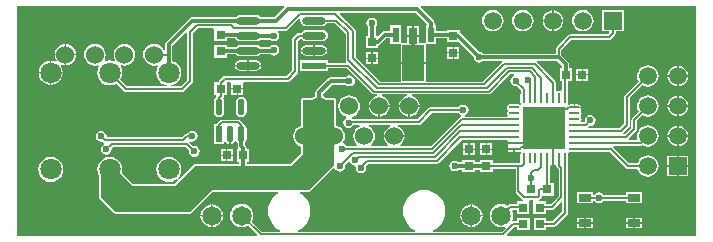
<source format=gtl>
G04*
G04 #@! TF.GenerationSoftware,Altium Limited,CircuitStudio,1.5.2 (30)*
G04*
G04 Layer_Physical_Order=1*
G04 Layer_Color=255*
%FSLAX25Y25*%
%MOIN*%
G70*
G01*
G75*
%ADD10R,0.03000X0.03000*%
%ADD11R,0.03000X0.03000*%
%ADD12R,0.02165X0.05118*%
%ADD13R,0.03150X0.05807*%
%ADD14R,0.07284X0.12303*%
%ADD15O,0.08000X0.02400*%
%ADD16R,0.08000X0.02400*%
G04:AMPARAMS|DCode=17|XSize=55.4mil|YSize=22.67mil|CornerRadius=11.34mil|HoleSize=0mil|Usage=FLASHONLY|Rotation=90.000|XOffset=0mil|YOffset=0mil|HoleType=Round|Shape=RoundedRectangle|*
%AMROUNDEDRECTD17*
21,1,0.05540,0.00000,0,0,90.0*
21,1,0.03273,0.02267,0,0,90.0*
1,1,0.02267,0.00000,0.01636*
1,1,0.02267,0.00000,-0.01636*
1,1,0.02267,0.00000,-0.01636*
1,1,0.02267,0.00000,0.01636*
%
%ADD17ROUNDEDRECTD17*%
%ADD18R,0.02267X0.05540*%
%ADD19R,0.04134X0.02559*%
%ADD20O,0.00984X0.03543*%
%ADD21O,0.03543X0.00984*%
%ADD22R,0.14173X0.14173*%
%ADD23C,0.01181*%
%ADD24C,0.00787*%
%ADD25C,0.00600*%
%ADD26C,0.07087*%
%ADD27C,0.06000*%
%ADD28C,0.05906*%
%ADD29R,0.05906X0.05906*%
%ADD30R,0.05906X0.05906*%
%ADD31C,0.06500*%
%ADD32C,0.02362*%
G36*
X422100Y369215D02*
X422237Y369243D01*
X422401Y369352D01*
X422897Y369134D01*
X422901Y369130D01*
Y368996D01*
X422971Y368645D01*
X423170Y368347D01*
X423689Y367829D01*
Y358845D01*
X420978Y356134D01*
X419411D01*
Y357120D01*
X417049D01*
X416985Y357617D01*
X417283Y357816D01*
X417775Y358308D01*
X417974Y358606D01*
X418044Y358957D01*
Y359022D01*
X421970D01*
Y363222D01*
X420895D01*
Y369021D01*
X421395Y369288D01*
X421463Y369243D01*
X421600Y369215D01*
Y371457D01*
X422100D01*
Y369215D01*
D02*
G37*
G36*
X406536Y377622D02*
X406754Y377126D01*
X406644Y376962D01*
X406617Y376825D01*
X408858D01*
Y376325D01*
X406617D01*
X406644Y376188D01*
X406863Y375859D01*
Y375322D01*
X406644Y374993D01*
X406617Y374856D01*
X408858D01*
Y374606D01*
X409108D01*
Y373595D01*
X410138D01*
X410525Y373672D01*
X410622Y373737D01*
X410990Y373555D01*
X411088Y373326D01*
X410979Y373162D01*
X410894Y372736D01*
Y370177D01*
X410676Y369911D01*
X401706D01*
Y370998D01*
X397506D01*
Y370111D01*
X395801D01*
Y370998D01*
X391601D01*
Y370111D01*
X390307D01*
X390261Y370182D01*
X389671Y370575D01*
X388976Y370714D01*
X388281Y370575D01*
X387692Y370182D01*
X387299Y369593D01*
X387160Y368898D01*
X387299Y368203D01*
X387692Y367614D01*
X388281Y367220D01*
X388976Y367082D01*
X389671Y367220D01*
X390261Y367614D01*
X390307Y367684D01*
X391601D01*
Y366798D01*
X395801D01*
Y367684D01*
X397506D01*
Y366798D01*
X401706D01*
Y367884D01*
X409319D01*
Y360433D01*
X409388Y360082D01*
X409587Y359784D01*
X411556Y357816D01*
X411854Y357617D01*
X411790Y357120D01*
X409711D01*
Y356134D01*
X407461D01*
X407109Y356064D01*
X406812Y355865D01*
X406618Y355672D01*
X406548Y355725D01*
X405611Y356113D01*
X404606Y356245D01*
X403601Y356113D01*
X402665Y355725D01*
X401860Y355108D01*
X401243Y354304D01*
X400855Y353367D01*
X400723Y352362D01*
X400855Y351357D01*
X401243Y350421D01*
X401860Y349616D01*
X402665Y348999D01*
X403601Y348611D01*
X404606Y348479D01*
X405611Y348611D01*
X405697Y348647D01*
X405980Y348223D01*
X404738Y346981D01*
X381841D01*
X381716Y347481D01*
X382710Y348012D01*
X383775Y348886D01*
X384650Y349952D01*
X385299Y351167D01*
X385700Y352486D01*
X385835Y353858D01*
X385700Y355230D01*
X385299Y356549D01*
X384650Y357765D01*
X383775Y358830D01*
X382710Y359705D01*
X381494Y360354D01*
X380175Y360755D01*
X378803Y360890D01*
X377431Y360755D01*
X376112Y360354D01*
X374897Y359705D01*
X373831Y358830D01*
X372957Y357765D01*
X372307Y356549D01*
X371907Y355230D01*
X371772Y353858D01*
X371907Y352486D01*
X372307Y351167D01*
X372957Y349952D01*
X373831Y348886D01*
X374897Y348012D01*
X375890Y347481D01*
X375765Y346981D01*
X336833D01*
X336708Y347481D01*
X337702Y348012D01*
X338767Y348886D01*
X339642Y349952D01*
X340292Y351167D01*
X340692Y352486D01*
X340827Y353858D01*
X340692Y355230D01*
X340292Y356549D01*
X339642Y357765D01*
X338767Y358830D01*
X337702Y359705D01*
X337385Y359874D01*
X337510Y360374D01*
X340551D01*
X341010Y360564D01*
X348536Y368090D01*
X349106Y367953D01*
X349398Y367516D01*
X349987Y367123D01*
X350682Y366984D01*
X351377Y367123D01*
X351966Y367516D01*
X352360Y368106D01*
X352498Y368800D01*
X352412Y369233D01*
X353559Y370379D01*
X354101Y370215D01*
X354129Y370073D01*
X354523Y369484D01*
X355112Y369090D01*
X355624Y368988D01*
Y368988D01*
Y368988D01*
X355937Y368622D01*
X355994Y368479D01*
X355960Y368307D01*
X356098Y367612D01*
X356491Y367023D01*
X357081Y366629D01*
X357776Y366491D01*
X358471Y366629D01*
X359060Y367023D01*
X359453Y367612D01*
X359592Y368307D01*
X359473Y368904D01*
X360223Y369653D01*
X382972D01*
X383324Y369723D01*
X383621Y369922D01*
X391325Y377626D01*
X406532D01*
X406536Y377622D01*
D02*
G37*
G36*
X379664Y416257D02*
X379456Y415758D01*
X379420D01*
Y410268D01*
X379339Y409801D01*
X379086Y409801D01*
X377272D01*
Y412004D01*
X373122D01*
Y410155D01*
X372768Y409801D01*
X371474D01*
X371308Y409801D01*
X371307D01*
X371241Y409801D01*
X371214D01*
X371181D01*
X371163D01*
X371152D01*
X371110D01*
X371093D01*
X371067D01*
X371062D01*
X371059Y409801D01*
X371055D01*
X371055Y409801D01*
X371055Y409802D01*
X371055Y409804D01*
X371055Y409804D01*
X371054Y409808D01*
X371054Y409811D01*
X371036Y409909D01*
X371036Y409914D01*
D01*
D01*
X370974Y410268D01*
Y410268D01*
Y415758D01*
X367609D01*
Y413812D01*
X365748D01*
X365748Y413812D01*
X365283Y413720D01*
X364890Y413457D01*
X364890Y413457D01*
X363947Y412514D01*
X363517Y412324D01*
Y412324D01*
X363517Y412324D01*
X362631D01*
Y415204D01*
X362701Y415251D01*
X363095Y415840D01*
X363233Y416535D01*
X363095Y417230D01*
X362701Y417819D01*
X362112Y418213D01*
X361417Y418351D01*
X360722Y418213D01*
X360133Y417819D01*
X359740Y417230D01*
X359601Y416535D01*
X359740Y415840D01*
X360133Y415251D01*
X360203Y415204D01*
Y412324D01*
X359317D01*
Y408124D01*
X363517D01*
Y409039D01*
X363839Y409103D01*
X364232Y409366D01*
X366251Y411385D01*
X367609D01*
Y409439D01*
X370555D01*
X370722Y409439D01*
X370722D01*
X370788Y409439D01*
X370815D01*
X370848D01*
X370866D01*
X370877D01*
X370919D01*
X370936D01*
X370962D01*
X370967D01*
X370970Y409439D01*
X370974D01*
X370974Y409439D01*
X370974Y409439D01*
X370974Y409437D01*
X370974Y409437D01*
X370975Y409432D01*
X370976Y409430D01*
X370993Y409332D01*
X370994Y409327D01*
D01*
D01*
X371055Y408973D01*
Y403400D01*
X379339D01*
Y408973D01*
X379420Y409439D01*
X379672Y409439D01*
X382785D01*
Y411385D01*
X386483D01*
Y410093D01*
X390553D01*
X395445Y405201D01*
X395428Y405118D01*
X395566Y404423D01*
X395960Y403834D01*
X396549Y403440D01*
X397244Y403302D01*
X397939Y403440D01*
X398528Y403834D01*
X398575Y403904D01*
X404692D01*
X404845Y403566D01*
X404862Y403404D01*
X398474Y397016D01*
X379339D01*
Y402900D01*
X371055D01*
Y397016D01*
X364125D01*
X356036Y405104D01*
Y413779D01*
X355978Y414072D01*
X355966Y414131D01*
X355767Y414428D01*
X350611Y419584D01*
X350803Y420046D01*
X375875D01*
X379664Y416257D01*
D02*
G37*
G36*
X348819Y369291D02*
X340551Y361024D01*
X308268Y361024D01*
X300787Y353543D01*
X275984Y353543D01*
X271260Y358268D01*
Y367717D01*
X275984D01*
X281496Y362205D01*
X295669D01*
X302362Y368898D01*
X334646D01*
X338583Y372835D01*
Y390945D01*
X348819D01*
Y369291D01*
D02*
G37*
G36*
X469488Y357677D02*
Y345472D01*
X406479D01*
X406287Y345934D01*
X408943Y348590D01*
X409809D01*
Y347506D01*
X414009D01*
Y351706D01*
X409809D01*
Y350426D01*
X408563D01*
X408508Y350415D01*
X408148Y350853D01*
X408357Y351357D01*
X408490Y352362D01*
X408357Y353367D01*
X408144Y353883D01*
X408421Y354299D01*
X409711D01*
Y352920D01*
X413911D01*
Y357047D01*
X413911Y357120D01*
X414087Y357547D01*
X415035D01*
X415211Y357120D01*
X415211Y357120D01*
X415211D01*
X415211Y357120D01*
Y352920D01*
X419411D01*
Y354299D01*
X421358D01*
X421709Y354369D01*
X422007Y354568D01*
X424427Y356987D01*
X424889Y356796D01*
Y353745D01*
X421667Y350524D01*
X419509D01*
Y351706D01*
X415309D01*
Y347506D01*
X419509D01*
Y348689D01*
X422047D01*
X422398Y348759D01*
X422696Y348957D01*
X426455Y352716D01*
X426654Y353014D01*
X426724Y353365D01*
Y369613D01*
X426816Y369751D01*
X426901Y370177D01*
Y372736D01*
X426816Y373162D01*
X426706Y373327D01*
X427067Y373688D01*
X427231Y373577D01*
X427658Y373493D01*
X430217D01*
X430643Y373577D01*
X430809Y373689D01*
X440762D01*
X446202Y368249D01*
X446499Y368050D01*
X446558Y368038D01*
X446850Y367980D01*
X449923D01*
X449925Y367970D01*
X450282Y367106D01*
X450852Y366364D01*
X451594Y365794D01*
X452458Y365436D01*
X453386Y365314D01*
X454313Y365436D01*
X455177Y365794D01*
X455920Y366364D01*
X456489Y367106D01*
X456847Y367970D01*
X456969Y368898D01*
X456847Y369825D01*
X456489Y370689D01*
X455920Y371431D01*
X455177Y372001D01*
X454313Y372359D01*
X453386Y372481D01*
X452458Y372359D01*
X451594Y372001D01*
X450852Y371431D01*
X450282Y370689D01*
X449925Y369825D01*
X449923Y369815D01*
X447230D01*
X441889Y375157D01*
X441995Y375542D01*
X442077Y375657D01*
X451063D01*
X451414Y375727D01*
X451557Y375823D01*
X451594Y375794D01*
X452458Y375436D01*
X453386Y375314D01*
X454313Y375436D01*
X455177Y375794D01*
X455920Y376364D01*
X456489Y377106D01*
X456847Y377970D01*
X456969Y378898D01*
X456847Y379825D01*
X456489Y380689D01*
X455920Y381432D01*
X455177Y382001D01*
X454313Y382359D01*
X453386Y382481D01*
X452458Y382359D01*
X451594Y382001D01*
X450852Y381432D01*
X450282Y380689D01*
X449925Y379825D01*
X449802Y378898D01*
X449922Y377992D01*
X449922Y377889D01*
X449615Y377492D01*
X447196D01*
X447113Y377608D01*
X447007Y377992D01*
X449468Y380453D01*
X449667Y380751D01*
X449736Y381102D01*
Y383951D01*
X451586Y385800D01*
X451594Y385794D01*
X452458Y385436D01*
X453386Y385314D01*
X454313Y385436D01*
X455177Y385794D01*
X455920Y386364D01*
X456489Y387106D01*
X456847Y387970D01*
X456969Y388898D01*
X456847Y389825D01*
X456489Y390689D01*
X455920Y391431D01*
X455177Y392001D01*
X454313Y392359D01*
X453386Y392481D01*
X452458Y392359D01*
X451594Y392001D01*
X450852Y391431D01*
X450282Y390689D01*
X449925Y389825D01*
X449802Y388898D01*
X449925Y387970D01*
X450282Y387106D01*
X450288Y387098D01*
X448170Y384980D01*
X447971Y384682D01*
X447901Y384331D01*
Y381483D01*
X445880Y379461D01*
X445227D01*
X445145Y379576D01*
X445038Y379961D01*
X447106Y382028D01*
X447304Y382326D01*
X447374Y382677D01*
Y391588D01*
X451586Y395800D01*
X451594Y395794D01*
X452458Y395436D01*
X453386Y395314D01*
X454313Y395436D01*
X455177Y395794D01*
X455920Y396364D01*
X456489Y397106D01*
X456847Y397970D01*
X456969Y398898D01*
X456847Y399825D01*
X456489Y400689D01*
X455920Y401432D01*
X455177Y402001D01*
X454313Y402359D01*
X453386Y402481D01*
X452458Y402359D01*
X451594Y402001D01*
X450852Y401432D01*
X450282Y400689D01*
X449925Y399825D01*
X449802Y398898D01*
X449925Y397970D01*
X450282Y397106D01*
X450288Y397098D01*
X445808Y392617D01*
X445609Y392320D01*
X445539Y391968D01*
Y383057D01*
X443911Y381429D01*
X433613D01*
X433531Y381545D01*
X433424Y381929D01*
X433803Y382309D01*
X434154Y382239D01*
X434848Y382377D01*
X435438Y382771D01*
X435831Y383360D01*
X435969Y384055D01*
X435831Y384750D01*
X435438Y385339D01*
X434848Y385733D01*
X434154Y385871D01*
X433459Y385733D01*
X432869Y385339D01*
X432476Y384750D01*
X432338Y384055D01*
X432375Y383866D01*
X431980Y383398D01*
X431429D01*
X431162Y383898D01*
X431245Y384023D01*
X431330Y384449D01*
X431245Y384875D01*
X431004Y385236D01*
Y385630D01*
X431245Y385991D01*
X431330Y386417D01*
X431245Y386843D01*
X431004Y387205D01*
X431017Y387797D01*
X431151Y387999D01*
X431178Y388136D01*
X428937D01*
Y388386D01*
X428687D01*
Y389397D01*
X427658D01*
X427270Y389320D01*
X427173Y389255D01*
X426805Y389437D01*
X426707Y389667D01*
X426816Y389830D01*
X426901Y390256D01*
Y392815D01*
X426816Y393241D01*
X426801Y393264D01*
Y397211D01*
X428183D01*
Y401411D01*
X427198D01*
Y402756D01*
X427198Y402756D01*
X427121Y403143D01*
X427106Y403220D01*
X426843Y403614D01*
X426843Y403614D01*
X424540Y405917D01*
Y407494D01*
X427939Y410893D01*
X440453D01*
X440804Y410963D01*
X441102Y411162D01*
X442381Y412442D01*
X442580Y412739D01*
X442592Y412798D01*
X442650Y413091D01*
Y413770D01*
X445285D01*
Y420876D01*
X438179D01*
Y413770D01*
X440407D01*
X440614Y413270D01*
X440073Y412729D01*
X427559D01*
X427266Y412670D01*
X427208Y412659D01*
X426910Y412460D01*
X422973Y408523D01*
X422774Y408225D01*
X422704Y407874D01*
Y406332D01*
X398575D01*
X398528Y406402D01*
X397939Y406796D01*
X397244Y406934D01*
X397161Y406918D01*
X391028Y413051D01*
X390683Y413282D01*
Y414293D01*
X386483D01*
Y413812D01*
X382785D01*
Y415758D01*
X382316D01*
Y416535D01*
X382224Y417000D01*
X381961Y417394D01*
X381961Y417394D01*
X377610Y421744D01*
X377818Y422244D01*
X469488D01*
Y357677D01*
D02*
G37*
G36*
X424770Y402253D02*
Y401411D01*
X423983D01*
Y397211D01*
X424774D01*
Y394092D01*
X424274Y393824D01*
X424245Y393844D01*
X423819Y393929D01*
X423393Y393844D01*
X423268Y393760D01*
X422768Y394028D01*
Y396654D01*
X422698Y397005D01*
X422499Y397302D01*
X416397Y403404D01*
X416415Y403566D01*
X416568Y403904D01*
X423119D01*
X424770Y402253D01*
D02*
G37*
G36*
X390547Y386216D02*
X391114Y385836D01*
X391128Y385742D01*
X391090Y385322D01*
X390964Y385297D01*
X390666Y385098D01*
X381111Y375543D01*
X371053D01*
X370883Y376043D01*
X371299Y376362D01*
X371860Y377093D01*
X372213Y377945D01*
X372300Y378608D01*
X365306D01*
X365393Y377945D01*
X365746Y377093D01*
X366307Y376362D01*
X366723Y376043D01*
X366553Y375543D01*
X361217D01*
X361048Y376043D01*
X361371Y376291D01*
X361948Y377043D01*
X362311Y377919D01*
X362434Y378858D01*
X362311Y379798D01*
X361948Y380674D01*
X361371Y381426D01*
X360619Y382003D01*
X360275Y382145D01*
X360374Y382645D01*
X367494D01*
X367593Y382145D01*
X367038Y381915D01*
X366307Y381354D01*
X365746Y380623D01*
X365393Y379772D01*
X365306Y379108D01*
X372300D01*
X372213Y379772D01*
X371860Y380623D01*
X371299Y381354D01*
X370568Y381915D01*
X370013Y382145D01*
X370113Y382645D01*
X376969D01*
X377320Y382715D01*
X377617Y382914D01*
X381286Y386582D01*
X390302D01*
X390547Y386216D01*
D02*
G37*
G36*
X299870Y413194D02*
Y397624D01*
X297651Y395406D01*
X294378D01*
X294345Y395906D01*
X294782Y395963D01*
X295790Y396381D01*
X296656Y397045D01*
X297320Y397910D01*
X297737Y398918D01*
X297880Y400000D01*
X297737Y401082D01*
X297320Y402090D01*
X296656Y402955D01*
X295790Y403619D01*
X294915Y403982D01*
Y408946D01*
X299381Y413412D01*
X299870Y413194D01*
D02*
G37*
G36*
X332232Y421744D02*
X329064Y418576D01*
X324280D01*
X324224Y418660D01*
X323628Y419058D01*
X322926Y419198D01*
X317326D01*
X316624Y419058D01*
X316028Y418660D01*
X315972Y418576D01*
X301614D01*
X301614Y418576D01*
X301150Y418484D01*
X300756Y418221D01*
X300756Y418221D01*
X292842Y410307D01*
X292579Y409913D01*
X292487Y409449D01*
X292487Y409449D01*
Y407767D01*
X291987Y407668D01*
X291924Y407820D01*
X291347Y408571D01*
X290595Y409149D01*
X289719Y409511D01*
X288779Y409635D01*
X287840Y409511D01*
X286964Y409149D01*
X286212Y408571D01*
X285635Y407820D01*
X285272Y406944D01*
X285149Y406004D01*
X285272Y405064D01*
X285635Y404188D01*
X286212Y403436D01*
X286964Y402859D01*
X287840Y402497D01*
X288779Y402373D01*
X289719Y402497D01*
X289784Y402524D01*
X290100Y402113D01*
X290082Y402090D01*
X289664Y401082D01*
X289522Y400000D01*
X289664Y398918D01*
X290082Y397910D01*
X290746Y397045D01*
X291611Y396381D01*
X292619Y395963D01*
X293056Y395906D01*
X293023Y395406D01*
X279908D01*
X277534Y397779D01*
X277635Y397910D01*
X278052Y398918D01*
X278195Y400000D01*
X278052Y401082D01*
X277635Y402090D01*
X277617Y402113D01*
X277932Y402524D01*
X277997Y402497D01*
X278937Y402373D01*
X279877Y402497D01*
X280752Y402859D01*
X281505Y403436D01*
X282082Y404188D01*
X282444Y405064D01*
X282568Y406004D01*
X282444Y406944D01*
X282082Y407820D01*
X281505Y408571D01*
X280752Y409149D01*
X279877Y409511D01*
X278937Y409635D01*
X277997Y409511D01*
X277121Y409149D01*
X276370Y408571D01*
X275792Y407820D01*
X275430Y406944D01*
X275306Y406004D01*
X275430Y405064D01*
X275742Y404311D01*
X275497Y403990D01*
X275387Y403917D01*
X275097Y404037D01*
X274016Y404179D01*
X272934Y404037D01*
X272644Y403917D01*
X272535Y403990D01*
X272290Y404311D01*
X272602Y405064D01*
X272726Y406004D01*
X272602Y406944D01*
X272239Y407820D01*
X271662Y408571D01*
X270910Y409149D01*
X270034Y409511D01*
X269094Y409635D01*
X268155Y409511D01*
X267279Y409149D01*
X266527Y408571D01*
X265950Y407820D01*
X265587Y406944D01*
X265463Y406004D01*
X265587Y405064D01*
X265950Y404188D01*
X266527Y403436D01*
X267279Y402859D01*
X268155Y402497D01*
X269094Y402373D01*
X270034Y402497D01*
X270099Y402524D01*
X270414Y402113D01*
X270397Y402090D01*
X269979Y401082D01*
X269837Y400000D01*
X269979Y398918D01*
X270397Y397910D01*
X271061Y397045D01*
X271926Y396381D01*
X272934Y395963D01*
X274016Y395821D01*
X275097Y395963D01*
X276105Y396381D01*
X276237Y396481D01*
X278879Y393839D01*
X279176Y393640D01*
X279527Y393571D01*
X298031D01*
X298383Y393640D01*
X298680Y393839D01*
X301436Y396595D01*
X301635Y396893D01*
X301705Y397244D01*
Y413006D01*
X303530Y414830D01*
X308478D01*
X308924Y414698D01*
Y410498D01*
X313124D01*
Y411385D01*
X315814D01*
X316028Y411064D01*
X316624Y410667D01*
X317326Y410527D01*
X322926D01*
X323628Y410667D01*
X324113Y410991D01*
X327409D01*
X327456Y410921D01*
X328045Y410527D01*
X328740Y410389D01*
X329435Y410527D01*
X330024Y410921D01*
X330418Y411510D01*
X330556Y412205D01*
X330418Y412900D01*
X330024Y413489D01*
X329943Y413543D01*
X330095Y414043D01*
X332677D01*
X333028Y414113D01*
X333326Y414312D01*
X337131Y418117D01*
X337592Y417870D01*
X337491Y417362D01*
X337630Y416660D01*
X338028Y416065D01*
X338624Y415667D01*
X339326Y415527D01*
X344926D01*
X345628Y415667D01*
X346224Y416065D01*
X346478Y416445D01*
X349187D01*
X352626Y413006D01*
Y404331D01*
X352695Y403980D01*
X352829Y403780D01*
X352665Y403280D01*
X346726D01*
Y404162D01*
X337526D01*
Y400562D01*
X346726D01*
Y401445D01*
X353163D01*
X361559Y393049D01*
X361856Y392850D01*
X362208Y392780D01*
X362949D01*
X362982Y392280D01*
X362889Y392268D01*
X362038Y391915D01*
X361307Y391354D01*
X360746Y390623D01*
X360393Y389772D01*
X360306Y389108D01*
X367300D01*
X367213Y389772D01*
X366860Y390623D01*
X366299Y391354D01*
X365568Y391915D01*
X364717Y392268D01*
X364624Y392280D01*
X364657Y392780D01*
X372950D01*
X372982Y392280D01*
X372889Y392268D01*
X372038Y391915D01*
X371307Y391354D01*
X370746Y390623D01*
X370393Y389772D01*
X370306Y389108D01*
X377300D01*
X377213Y389772D01*
X376860Y390623D01*
X376299Y391354D01*
X375568Y391915D01*
X374717Y392268D01*
X374624Y392280D01*
X374657Y392780D01*
X400391D01*
X400742Y392850D01*
X401040Y393049D01*
X407467Y399476D01*
X408879D01*
X408928Y398976D01*
X408655Y398922D01*
X408066Y398528D01*
X407673Y397939D01*
X407534Y397244D01*
X407673Y396549D01*
X408066Y395960D01*
X408655Y395566D01*
X409350Y395428D01*
X409619Y395481D01*
X411090Y394010D01*
Y393407D01*
X410979Y393241D01*
X410894Y392815D01*
Y390256D01*
X410979Y389830D01*
X411089Y389665D01*
X410729Y389304D01*
X410564Y389415D01*
X410138Y389499D01*
X407579D01*
X407153Y389415D01*
X406791Y389173D01*
X406550Y388812D01*
X406465Y388386D01*
X406550Y387960D01*
X406791Y387598D01*
Y387205D01*
X406550Y386843D01*
X406465Y386417D01*
X406550Y385991D01*
X406633Y385866D01*
X406366Y385366D01*
X392675D01*
X392597Y385604D01*
X392592Y385866D01*
X393115Y386216D01*
X393509Y386805D01*
X393647Y387500D01*
X393509Y388195D01*
X393115Y388784D01*
X392526Y389178D01*
X391831Y389316D01*
X391136Y389178D01*
X390547Y388784D01*
X390302Y388418D01*
X380906D01*
X380613Y388359D01*
X380554Y388348D01*
X380257Y388149D01*
X376588Y384481D01*
X355039D01*
X354926Y384650D01*
X354650Y384834D01*
X354730Y385277D01*
X354764Y385360D01*
X355619Y385714D01*
X356371Y386291D01*
X356948Y387043D01*
X357311Y387918D01*
X357434Y388858D01*
X357311Y389798D01*
X356948Y390674D01*
X356371Y391426D01*
X355619Y392003D01*
X354743Y392366D01*
X353803Y392489D01*
X352863Y392366D01*
X351988Y392003D01*
X351236Y391426D01*
X350658Y390674D01*
X350296Y389798D01*
X350172Y388858D01*
X350296Y387918D01*
X350658Y387043D01*
X351236Y386291D01*
X351988Y385714D01*
X352643Y385442D01*
X352715Y384889D01*
X352358Y384650D01*
X351964Y384061D01*
X351826Y383366D01*
X351964Y382671D01*
X352358Y382082D01*
X352947Y381688D01*
X353642Y381550D01*
X354337Y381688D01*
X354926Y382082D01*
X355302Y382645D01*
X357232D01*
X357332Y382145D01*
X356988Y382003D01*
X356236Y381426D01*
X355659Y380674D01*
X355296Y379798D01*
X355172Y378858D01*
X355296Y377919D01*
X355659Y377043D01*
X356236Y376291D01*
X356559Y376043D01*
X356389Y375543D01*
X353025D01*
X352859Y375792D01*
X352270Y376186D01*
X351967Y376246D01*
X351759Y376797D01*
X351948Y377043D01*
X352310Y377919D01*
X352434Y378858D01*
X352310Y379798D01*
X351948Y380674D01*
X351371Y381426D01*
X350619Y382003D01*
X349743Y382366D01*
X349468Y382402D01*
Y390945D01*
X349278Y391404D01*
X348819Y391594D01*
X346151D01*
X345619Y392003D01*
X345017Y392252D01*
Y392907D01*
X348141Y396030D01*
X352606D01*
X352653Y395960D01*
X353242Y395566D01*
X353937Y395428D01*
X354632Y395566D01*
X355221Y395960D01*
X355615Y396549D01*
X355753Y397244D01*
X355615Y397939D01*
X355221Y398528D01*
X354632Y398922D01*
X353937Y399060D01*
X353242Y398922D01*
X352653Y398528D01*
X352606Y398458D01*
X347638D01*
X347638Y398458D01*
X347173Y398366D01*
X346779Y398102D01*
X346779Y398102D01*
X342945Y394268D01*
X342682Y393874D01*
X342589Y393409D01*
X342589Y393409D01*
Y392252D01*
X341988Y392003D01*
X341455Y391594D01*
X338583D01*
X338123Y391404D01*
X337933Y390945D01*
Y382375D01*
X337863Y382366D01*
X336988Y382003D01*
X336236Y381426D01*
X335659Y380674D01*
X335296Y379798D01*
X335172Y378858D01*
X335296Y377919D01*
X335659Y377043D01*
X336236Y376291D01*
X336988Y375714D01*
X337863Y375351D01*
X337933Y375342D01*
Y373104D01*
X334377Y369547D01*
X319706D01*
Y370341D01*
X320592D01*
Y374541D01*
X319706D01*
Y374815D01*
X319614Y375279D01*
X319351Y375673D01*
X319350Y375673D01*
X319127Y375897D01*
Y376617D01*
X319163Y376641D01*
X319546Y377215D01*
X319681Y377891D01*
Y381164D01*
X319546Y381840D01*
X319163Y382414D01*
X318795Y382660D01*
X318761Y382832D01*
X318562Y383129D01*
X317578Y384113D01*
X317280Y384312D01*
X316929Y384382D01*
X311417D01*
X311066Y384312D01*
X310768Y384113D01*
X309784Y383129D01*
X309629Y382897D01*
X308699D01*
Y376158D01*
X312167D01*
Y376867D01*
X312251Y376928D01*
X312931Y376811D01*
X312996Y376713D01*
X313536Y376352D01*
X313923Y376275D01*
Y379528D01*
X314423D01*
Y376275D01*
X314811Y376352D01*
X315351Y376713D01*
X315712Y377254D01*
X315737Y377382D01*
X316247D01*
X316280Y377215D01*
X316664Y376641D01*
X316700Y376617D01*
Y375394D01*
X316700Y375394D01*
X316770Y375041D01*
X316496Y374541D01*
X316392D01*
Y370341D01*
X317278D01*
Y369547D01*
X302362D01*
X302038Y369413D01*
X301903Y369357D01*
X297215Y364669D01*
X296838Y364999D01*
X297320Y365627D01*
X297737Y366635D01*
X297880Y367717D01*
X297737Y368798D01*
X297320Y369806D01*
X296656Y370672D01*
X295790Y371336D01*
X294782Y371753D01*
X293701Y371896D01*
X292619Y371753D01*
X291611Y371336D01*
X290746Y370672D01*
X290082Y369806D01*
X289664Y368798D01*
X289522Y367717D01*
X289664Y366635D01*
X290082Y365627D01*
X290746Y364761D01*
X291611Y364097D01*
X292619Y363680D01*
X293701Y363538D01*
X294782Y363680D01*
X295790Y364097D01*
X296418Y364579D01*
X296748Y364202D01*
X295400Y362854D01*
X281765D01*
X278032Y366587D01*
X278052Y366635D01*
X278195Y367717D01*
X278052Y368798D01*
X277635Y369806D01*
X276971Y370672D01*
X276105Y371336D01*
X275097Y371753D01*
X274016Y371896D01*
X272934Y371753D01*
X271926Y371336D01*
X271061Y370672D01*
X270397Y369806D01*
X269979Y368798D01*
X269837Y367717D01*
X269979Y366635D01*
X270397Y365627D01*
X270610Y365348D01*
Y358268D01*
X270745Y357943D01*
X270801Y357808D01*
X275525Y353084D01*
X275984Y352894D01*
X300787Y352894D01*
X301247Y353084D01*
X308537Y360374D01*
X330081Y360374D01*
X330206Y359874D01*
X329889Y359705D01*
X328823Y358830D01*
X327949Y357765D01*
X327299Y356549D01*
X326899Y355230D01*
X326764Y353858D01*
X326899Y352486D01*
X327299Y351167D01*
X327949Y349952D01*
X328823Y348886D01*
X329889Y348012D01*
X330883Y347481D01*
X330757Y346981D01*
X324671D01*
X321301Y350351D01*
X321355Y350421D01*
X321743Y351357D01*
X321875Y352362D01*
X321743Y353367D01*
X321355Y354304D01*
X320738Y355108D01*
X319934Y355725D01*
X318997Y356113D01*
X317992Y356245D01*
X316987Y356113D01*
X316051Y355725D01*
X315246Y355108D01*
X314629Y354304D01*
X314241Y353367D01*
X314109Y352362D01*
X314241Y351357D01*
X314629Y350421D01*
X315246Y349616D01*
X316051Y348999D01*
X316987Y348611D01*
X317992Y348479D01*
X318997Y348611D01*
X319934Y348999D01*
X320004Y349053D01*
X323122Y345934D01*
X322931Y345472D01*
X243110D01*
Y422244D01*
X332025D01*
X332232Y421744D01*
D02*
G37*
%LPC*%
G36*
X399356Y376398D02*
X397606D01*
Y374648D01*
X399356D01*
Y376398D01*
D02*
G37*
G36*
X395701D02*
X393951D01*
Y374648D01*
X395701D01*
Y376398D01*
D02*
G37*
G36*
X466835Y378648D02*
X463636D01*
Y375448D01*
X464287Y375534D01*
X465127Y375882D01*
X465848Y376435D01*
X466402Y377156D01*
X466750Y377996D01*
X466835Y378648D01*
D02*
G37*
G36*
X463136D02*
X459936D01*
X460022Y377996D01*
X460370Y377156D01*
X460923Y376435D01*
X461645Y375882D01*
X462485Y375534D01*
X463136Y375448D01*
Y378648D01*
D02*
G37*
G36*
X401606Y376398D02*
X399856D01*
Y374648D01*
X401606D01*
Y376398D01*
D02*
G37*
G36*
X312742Y374441D02*
X310992D01*
Y372691D01*
X312742D01*
Y374441D01*
D02*
G37*
G36*
X401606Y374148D02*
X399856D01*
Y372398D01*
X401606D01*
Y374148D01*
D02*
G37*
G36*
X399356D02*
X397606D01*
Y372398D01*
X399356D01*
Y374148D01*
D02*
G37*
G36*
X393451Y376398D02*
X391701D01*
Y374648D01*
X393451D01*
Y376398D01*
D02*
G37*
G36*
X408608Y374356D02*
X406617D01*
X406644Y374219D01*
X406863Y373891D01*
X407192Y373672D01*
X407579Y373595D01*
X408608D01*
Y374356D01*
D02*
G37*
G36*
X314992Y374441D02*
X313242D01*
Y372691D01*
X314992D01*
Y374441D01*
D02*
G37*
G36*
X363553Y388608D02*
X360306D01*
X360393Y387945D01*
X360746Y387093D01*
X361307Y386362D01*
X362038Y385801D01*
X362889Y385448D01*
X363553Y385361D01*
Y388608D01*
D02*
G37*
G36*
X317913Y391991D02*
X317237Y391856D01*
X316664Y391473D01*
X316280Y390900D01*
X316146Y390223D01*
Y386951D01*
X316280Y386274D01*
X316664Y385701D01*
X317237Y385318D01*
X317913Y385183D01*
X318590Y385318D01*
X319163Y385701D01*
X319546Y386274D01*
X319681Y386951D01*
Y390223D01*
X319546Y390900D01*
X319163Y391473D01*
X318590Y391856D01*
X317913Y391991D01*
D02*
G37*
G36*
X367300Y388608D02*
X364053D01*
Y385361D01*
X364717Y385448D01*
X365568Y385801D01*
X366299Y386362D01*
X366860Y387093D01*
X367213Y387945D01*
X367300Y388608D01*
D02*
G37*
G36*
X377300D02*
X374053D01*
Y385361D01*
X374717Y385448D01*
X375568Y385801D01*
X376299Y386362D01*
X376860Y387093D01*
X377213Y387945D01*
X377300Y388608D01*
D02*
G37*
G36*
X373553D02*
X370306D01*
X370393Y387945D01*
X370746Y387093D01*
X371307Y386362D01*
X372038Y385801D01*
X372889Y385448D01*
X373553Y385361D01*
Y388608D01*
D02*
G37*
G36*
X463636Y382347D02*
Y379148D01*
X466835D01*
X466750Y379799D01*
X466402Y380639D01*
X465848Y381360D01*
X465127Y381914D01*
X464287Y382261D01*
X463636Y382347D01*
D02*
G37*
G36*
X448569Y349589D02*
X446252D01*
Y348059D01*
X448569D01*
Y349589D01*
D02*
G37*
G36*
X301575Y380655D02*
X300880Y380516D01*
X300291Y380123D01*
X300046Y379756D01*
X299902D01*
X299550Y379686D01*
X299253Y379487D01*
X298162Y378397D01*
X273259D01*
X272977Y378740D01*
X272839Y379435D01*
X272446Y380024D01*
X271856Y380418D01*
X271161Y380556D01*
X270466Y380418D01*
X269877Y380024D01*
X269484Y379435D01*
X269345Y378740D01*
X269484Y378045D01*
X269877Y377456D01*
X270466Y377062D01*
X271161Y376924D01*
X271594Y377010D01*
X271773Y376831D01*
X272071Y376632D01*
X272074Y376631D01*
X272096Y376571D01*
X272126Y376111D01*
X271649Y375792D01*
X271255Y375203D01*
X271117Y374508D01*
X271255Y373813D01*
X271649Y373224D01*
X272238Y372830D01*
X272933Y372692D01*
X273628Y372830D01*
X274217Y373224D01*
X274611Y373813D01*
X274749Y374508D01*
X274663Y374940D01*
X275085Y375362D01*
X299325D01*
X300534Y374153D01*
X300448Y373721D01*
X300586Y373025D01*
X300980Y372436D01*
X301569Y372043D01*
X302264Y371904D01*
X302959Y372043D01*
X303548Y372436D01*
X303941Y373025D01*
X304080Y373721D01*
X303941Y374415D01*
X303548Y375005D01*
X302959Y375398D01*
X302264Y375536D01*
X301832Y375450D01*
X300406Y376876D01*
X300724Y377265D01*
X300880Y377161D01*
X301575Y377023D01*
X302270Y377161D01*
X302859Y377554D01*
X303253Y378144D01*
X303391Y378839D01*
X303253Y379534D01*
X302859Y380123D01*
X302270Y380516D01*
X301575Y380655D01*
D02*
G37*
G36*
X435047Y349589D02*
X432730D01*
Y348059D01*
X435047D01*
Y349589D01*
D02*
G37*
G36*
X463136Y382347D02*
X462485Y382261D01*
X461645Y381914D01*
X460923Y381360D01*
X460370Y380639D01*
X460022Y379799D01*
X459936Y379148D01*
X463136D01*
Y382347D01*
D02*
G37*
G36*
X432230Y349589D02*
X429913D01*
Y348059D01*
X432230D01*
Y349589D01*
D02*
G37*
G36*
X394356Y356112D02*
X393627Y356016D01*
X392715Y355638D01*
X391932Y355037D01*
X391331Y354253D01*
X390953Y353341D01*
X390857Y352612D01*
X394356D01*
Y356112D01*
D02*
G37*
G36*
X307742Y356112D02*
X307013Y356016D01*
X306101Y355638D01*
X305318Y355037D01*
X304716Y354253D01*
X304339Y353341D01*
X304243Y352612D01*
X307742D01*
Y356112D01*
D02*
G37*
G36*
X394856D02*
Y352612D01*
X398356D01*
X398260Y353341D01*
X397882Y354253D01*
X397281Y355037D01*
X396498Y355638D01*
X395585Y356016D01*
X394856Y356112D01*
D02*
G37*
G36*
X451486Y360183D02*
X446152D01*
Y359316D01*
X438712D01*
X438489Y359650D01*
X437900Y360044D01*
X437205Y360182D01*
X436510Y360044D01*
X435921Y359650D01*
X435740Y359379D01*
X435147D01*
Y360183D01*
X429813D01*
Y356424D01*
X435147D01*
Y357353D01*
X435740D01*
X435921Y357082D01*
X436510Y356688D01*
X437205Y356550D01*
X437900Y356688D01*
X438489Y357082D01*
X438628Y357290D01*
X446152D01*
Y356424D01*
X451486D01*
Y360183D01*
D02*
G37*
G36*
X308242Y356112D02*
Y352612D01*
X311742D01*
X311646Y353341D01*
X311268Y354253D01*
X310667Y355037D01*
X309883Y355638D01*
X308971Y356016D01*
X308242Y356112D01*
D02*
G37*
G36*
X451386Y351618D02*
X449069D01*
Y350089D01*
X451386D01*
Y351618D01*
D02*
G37*
G36*
X432230D02*
X429913D01*
Y350089D01*
X432230D01*
Y351618D01*
D02*
G37*
G36*
X394356Y352112D02*
X390857D01*
X390953Y351383D01*
X391331Y350471D01*
X391932Y349688D01*
X392715Y349087D01*
X393627Y348709D01*
X394356Y348613D01*
Y352112D01*
D02*
G37*
G36*
X435047Y351618D02*
X432730D01*
Y350089D01*
X435047D01*
Y351618D01*
D02*
G37*
G36*
X448569D02*
X446252D01*
Y350089D01*
X448569D01*
Y351618D01*
D02*
G37*
G36*
X311742Y352112D02*
X308242D01*
Y348613D01*
X308971Y348709D01*
X309883Y349087D01*
X310667Y349688D01*
X311268Y350471D01*
X311646Y351383D01*
X311742Y352112D01*
D02*
G37*
G36*
X307742D02*
X304243D01*
X304339Y351383D01*
X304716Y350471D01*
X305318Y349688D01*
X306101Y349087D01*
X307013Y348709D01*
X307742Y348613D01*
Y352112D01*
D02*
G37*
G36*
X312742Y372191D02*
X310992D01*
Y370441D01*
X312742D01*
Y372191D01*
D02*
G37*
G36*
X451386Y349589D02*
X449069D01*
Y348059D01*
X451386D01*
Y349589D01*
D02*
G37*
G36*
X314992Y372191D02*
X313242D01*
Y370441D01*
X314992D01*
Y372191D01*
D02*
G37*
G36*
X395701Y374148D02*
X393951D01*
Y372398D01*
X395701D01*
Y374148D01*
D02*
G37*
G36*
X393451D02*
X391701D01*
Y372398D01*
X393451D01*
Y374148D01*
D02*
G37*
G36*
X398356Y352112D02*
X394856D01*
Y348613D01*
X395585Y348709D01*
X396498Y349087D01*
X397281Y349688D01*
X397882Y350471D01*
X398260Y351383D01*
X398356Y352112D01*
D02*
G37*
G36*
X463136Y368648D02*
X459933D01*
Y365445D01*
X463136D01*
Y368648D01*
D02*
G37*
G36*
X254331Y371896D02*
X253249Y371753D01*
X252241Y371336D01*
X251376Y370672D01*
X250711Y369806D01*
X250294Y368798D01*
X250152Y367717D01*
X250294Y366635D01*
X250711Y365627D01*
X251376Y364761D01*
X252241Y364097D01*
X253249Y363680D01*
X254331Y363538D01*
X255412Y363680D01*
X256420Y364097D01*
X257286Y364761D01*
X257950Y365627D01*
X258367Y366635D01*
X258510Y367717D01*
X258367Y368798D01*
X257950Y369806D01*
X257286Y370672D01*
X256420Y371336D01*
X255412Y371753D01*
X254331Y371896D01*
D02*
G37*
G36*
X466839Y368648D02*
X463636D01*
Y365445D01*
X466839D01*
Y368648D01*
D02*
G37*
G36*
Y372350D02*
X463636D01*
Y369148D01*
X466839D01*
Y372350D01*
D02*
G37*
G36*
X463136D02*
X459933D01*
Y369148D01*
X463136D01*
Y372350D01*
D02*
G37*
G36*
X259502Y409501D02*
Y406254D01*
X262749D01*
X262662Y406918D01*
X262309Y407769D01*
X261748Y408500D01*
X261017Y409061D01*
X260166Y409414D01*
X259502Y409501D01*
D02*
G37*
G36*
X259002D02*
X258338Y409414D01*
X257487Y409061D01*
X256756Y408500D01*
X256195Y407769D01*
X255842Y406918D01*
X255755Y406254D01*
X259002D01*
Y409501D01*
D02*
G37*
G36*
X346609Y407112D02*
X342376D01*
Y405629D01*
X344926D01*
X345589Y405761D01*
X346152Y406137D01*
X346527Y406699D01*
X346609Y407112D01*
D02*
G37*
G36*
X341876Y409095D02*
X339326D01*
X338663Y408964D01*
X338100Y408588D01*
X337725Y408026D01*
X337642Y407612D01*
X341876D01*
Y409095D01*
D02*
G37*
G36*
X390583Y408693D02*
X388833D01*
Y406943D01*
X390583D01*
Y408693D01*
D02*
G37*
G36*
X388333D02*
X386583D01*
Y406943D01*
X388333D01*
Y408693D01*
D02*
G37*
G36*
X390583Y406443D02*
X388833D01*
Y404693D01*
X390583D01*
Y406443D01*
D02*
G37*
G36*
X388333D02*
X386583D01*
Y404693D01*
X388333D01*
Y406443D01*
D02*
G37*
G36*
X259002Y405754D02*
X255755D01*
X255842Y405090D01*
X256195Y404239D01*
X256300Y404102D01*
X255985Y403691D01*
X255386Y403939D01*
X254581Y404045D01*
Y400250D01*
X258376D01*
X258270Y401055D01*
X257862Y402039D01*
X257625Y402348D01*
X257941Y402759D01*
X258338Y402594D01*
X259002Y402507D01*
Y405754D01*
D02*
G37*
G36*
X341876Y407112D02*
X337642D01*
X337725Y406699D01*
X338100Y406137D01*
X338663Y405761D01*
X339326Y405629D01*
X341876D01*
Y407112D01*
D02*
G37*
G36*
X363417Y406724D02*
X361667D01*
Y404974D01*
X363417D01*
Y406724D01*
D02*
G37*
G36*
X361167D02*
X359417D01*
Y404974D01*
X361167D01*
Y406724D01*
D02*
G37*
G36*
X421482Y417073D02*
X418283D01*
X418368Y416422D01*
X418716Y415582D01*
X419270Y414860D01*
X419991Y414307D01*
X420831Y413959D01*
X421482Y413873D01*
Y417073D01*
D02*
G37*
G36*
X431732Y420906D02*
X430805Y420784D01*
X429941Y420426D01*
X429198Y419857D01*
X428629Y419114D01*
X428271Y418250D01*
X428149Y417323D01*
X428271Y416395D01*
X428629Y415531D01*
X429198Y414789D01*
X429941Y414220D01*
X430805Y413862D01*
X431732Y413739D01*
X432660Y413862D01*
X433524Y414220D01*
X434266Y414789D01*
X434836Y415531D01*
X435194Y416395D01*
X435316Y417323D01*
X435194Y418250D01*
X434836Y419114D01*
X434266Y419857D01*
X433524Y420426D01*
X432660Y420784D01*
X431732Y420906D01*
D02*
G37*
G36*
X411732D02*
X410805Y420784D01*
X409941Y420426D01*
X409198Y419857D01*
X408629Y419114D01*
X408271Y418250D01*
X408149Y417323D01*
X408271Y416395D01*
X408629Y415531D01*
X409198Y414789D01*
X409941Y414220D01*
X410805Y413862D01*
X411732Y413739D01*
X412660Y413862D01*
X413524Y414220D01*
X414266Y414789D01*
X414836Y415531D01*
X415194Y416395D01*
X415316Y417323D01*
X415194Y418250D01*
X414836Y419114D01*
X414266Y419857D01*
X413524Y420426D01*
X412660Y420784D01*
X411732Y420906D01*
D02*
G37*
G36*
X421982Y420773D02*
Y417573D01*
X425182D01*
X425096Y418224D01*
X424748Y419064D01*
X424195Y419785D01*
X423474Y420339D01*
X422634Y420687D01*
X421982Y420773D01*
D02*
G37*
G36*
X421482D02*
X420831Y420687D01*
X419991Y420339D01*
X419270Y419785D01*
X418716Y419064D01*
X418368Y418224D01*
X418283Y417573D01*
X421482D01*
Y420773D01*
D02*
G37*
G36*
X425182Y417073D02*
X421982D01*
Y413873D01*
X422634Y413959D01*
X423474Y414307D01*
X424195Y414860D01*
X424748Y415582D01*
X425096Y416422D01*
X425182Y417073D01*
D02*
G37*
G36*
X344926Y414197D02*
X339326D01*
X338624Y414058D01*
X338028Y413660D01*
X337838Y413375D01*
X337165D01*
X336778Y413298D01*
X336449Y413079D01*
X335110Y411740D01*
X334891Y411411D01*
X334814Y411024D01*
Y400813D01*
X333045Y399045D01*
X312598D01*
X312211Y398968D01*
X311882Y398748D01*
X310319Y397185D01*
X310099Y396856D01*
X310086Y396787D01*
X308935D01*
Y392587D01*
X309355D01*
X309409Y392538D01*
X309607Y392087D01*
X309497Y391923D01*
X309442Y391646D01*
X309183Y391473D01*
X308800Y390900D01*
X308666Y390223D01*
Y386951D01*
X308800Y386274D01*
X309183Y385701D01*
X309757Y385318D01*
X310433Y385183D01*
X311109Y385318D01*
X311683Y385701D01*
X312066Y386274D01*
X312200Y386951D01*
Y390223D01*
X312066Y390900D01*
X311731Y391401D01*
X311740Y391410D01*
X311960Y391738D01*
X312037Y392126D01*
Y392587D01*
X313135D01*
Y396787D01*
X313540Y397018D01*
X314173D01*
X314535Y396687D01*
X314535Y396518D01*
Y394937D01*
X316535D01*
X318535D01*
Y396518D01*
X318535Y396687D01*
X318898Y397018D01*
X318898Y397018D01*
X333465D01*
X333852Y397095D01*
X334181Y397315D01*
X336543Y399677D01*
X336763Y400006D01*
X336840Y400394D01*
Y410604D01*
X337403Y411167D01*
X337990Y411121D01*
X338028Y411064D01*
X338624Y410667D01*
X339326Y410527D01*
X344926D01*
X345628Y410667D01*
X346224Y411064D01*
X346621Y411660D01*
X346761Y412362D01*
X346621Y413064D01*
X346224Y413660D01*
X345628Y414058D01*
X344926Y414197D01*
D02*
G37*
G36*
X328740Y409296D02*
X328045Y409158D01*
X327456Y408764D01*
X327330Y408576D01*
X324280D01*
X324224Y408660D01*
X323628Y409058D01*
X322926Y409198D01*
X317326D01*
X316624Y409058D01*
X316028Y408660D01*
X315972Y408576D01*
X313124D01*
Y409198D01*
X308924D01*
Y404998D01*
X313124D01*
Y406148D01*
X315972D01*
X316028Y406065D01*
X316624Y405667D01*
X317326Y405527D01*
X322926D01*
X323628Y405667D01*
X324224Y406065D01*
X324280Y406148D01*
X327528D01*
X328045Y405803D01*
X328740Y405664D01*
X329435Y405803D01*
X330024Y406196D01*
X330418Y406785D01*
X330556Y407480D01*
X330418Y408175D01*
X330024Y408764D01*
X329435Y409158D01*
X328740Y409296D01*
D02*
G37*
G36*
X344926Y409095D02*
X342376D01*
Y407612D01*
X346610D01*
X346527Y408026D01*
X346152Y408588D01*
X345589Y408964D01*
X344926Y409095D01*
D02*
G37*
G36*
X401732Y420906D02*
X400805Y420784D01*
X399941Y420426D01*
X399198Y419857D01*
X398629Y419114D01*
X398271Y418250D01*
X398149Y417323D01*
X398271Y416395D01*
X398629Y415531D01*
X399198Y414789D01*
X399941Y414220D01*
X400805Y413862D01*
X401732Y413739D01*
X402660Y413862D01*
X403524Y414220D01*
X404266Y414789D01*
X404836Y415531D01*
X405194Y416395D01*
X405316Y417323D01*
X405194Y418250D01*
X404836Y419114D01*
X404266Y419857D01*
X403524Y420426D01*
X402660Y420784D01*
X401732Y420906D01*
D02*
G37*
G36*
X377272Y415658D02*
X375447D01*
Y412504D01*
X377272D01*
Y415658D01*
D02*
G37*
G36*
X374947D02*
X373122D01*
Y412504D01*
X374947D01*
Y415658D01*
D02*
G37*
G36*
X363417Y404474D02*
X361667D01*
Y402724D01*
X363417D01*
Y404474D01*
D02*
G37*
G36*
X466835Y398648D02*
X463636D01*
Y395448D01*
X464287Y395534D01*
X465127Y395882D01*
X465848Y396435D01*
X466402Y397156D01*
X466750Y397996D01*
X466835Y398648D01*
D02*
G37*
G36*
X463136D02*
X459936D01*
X460022Y397996D01*
X460370Y397156D01*
X460923Y396435D01*
X461645Y395882D01*
X462485Y395534D01*
X463136Y395448D01*
Y398648D01*
D02*
G37*
G36*
X318535Y394437D02*
X316785D01*
Y392687D01*
X318535D01*
Y394437D01*
D02*
G37*
G36*
X431333Y399061D02*
X429583D01*
Y397311D01*
X431333D01*
Y399061D01*
D02*
G37*
G36*
X258376Y399750D02*
X254581D01*
Y395955D01*
X255386Y396061D01*
X256370Y396468D01*
X257214Y397116D01*
X257862Y397961D01*
X258270Y398944D01*
X258376Y399750D01*
D02*
G37*
G36*
X254081D02*
X250285D01*
X250392Y398944D01*
X250799Y397961D01*
X251447Y397116D01*
X252292Y396468D01*
X253275Y396061D01*
X254081Y395955D01*
Y399750D01*
D02*
G37*
G36*
X430217Y389397D02*
X429187D01*
Y388636D01*
X431178D01*
X431151Y388773D01*
X430932Y389101D01*
X430604Y389320D01*
X430217Y389397D01*
D02*
G37*
G36*
X466835Y388648D02*
X463636D01*
Y385448D01*
X464287Y385534D01*
X465127Y385882D01*
X465848Y386435D01*
X466402Y387156D01*
X466750Y387996D01*
X466835Y388648D01*
D02*
G37*
G36*
X463136D02*
X459936D01*
X460022Y387996D01*
X460370Y387156D01*
X460923Y386435D01*
X461645Y385882D01*
X462485Y385534D01*
X463136Y385448D01*
Y388648D01*
D02*
G37*
G36*
X316285Y394437D02*
X314535D01*
Y392687D01*
X316285D01*
Y394437D01*
D02*
G37*
G36*
X463636Y392347D02*
Y389148D01*
X466835D01*
X466750Y389799D01*
X466402Y390639D01*
X465848Y391360D01*
X465127Y391914D01*
X464287Y392262D01*
X463636Y392347D01*
D02*
G37*
G36*
X463136D02*
X462485Y392262D01*
X461645Y391914D01*
X460923Y391360D01*
X460370Y390639D01*
X460022Y389799D01*
X459936Y389148D01*
X463136D01*
Y392347D01*
D02*
G37*
G36*
X262749Y405754D02*
X259502D01*
Y402507D01*
X260166Y402594D01*
X261017Y402947D01*
X261748Y403508D01*
X262309Y404239D01*
X262662Y405090D01*
X262749Y405754D01*
D02*
G37*
G36*
X324609Y402112D02*
X320376D01*
Y400629D01*
X322926D01*
X323589Y400761D01*
X324152Y401137D01*
X324527Y401699D01*
X324609Y402112D01*
D02*
G37*
G36*
X319876D02*
X315642D01*
X315725Y401699D01*
X316100Y401137D01*
X316663Y400761D01*
X317326Y400629D01*
X319876D01*
Y402112D01*
D02*
G37*
G36*
X361167Y404474D02*
X359417D01*
Y402724D01*
X361167D01*
Y404474D01*
D02*
G37*
G36*
X322926Y404096D02*
X320376D01*
Y402612D01*
X324610D01*
X324527Y403025D01*
X324152Y403588D01*
X323589Y403964D01*
X322926Y404096D01*
D02*
G37*
G36*
X319876D02*
X317326D01*
X316663Y403964D01*
X316100Y403588D01*
X315725Y403025D01*
X315642Y402612D01*
X319876D01*
Y404096D01*
D02*
G37*
G36*
X463636Y402347D02*
Y399148D01*
X466835D01*
X466750Y399799D01*
X466402Y400639D01*
X465848Y401360D01*
X465127Y401914D01*
X464287Y402261D01*
X463636Y402347D01*
D02*
G37*
G36*
X463136D02*
X462485Y402261D01*
X461645Y401914D01*
X460923Y401360D01*
X460370Y400639D01*
X460022Y399799D01*
X459936Y399148D01*
X463136D01*
Y402347D01*
D02*
G37*
G36*
X433583Y399061D02*
X431833D01*
Y397311D01*
X433583D01*
Y399061D01*
D02*
G37*
G36*
X254081Y404045D02*
X253275Y403939D01*
X252292Y403532D01*
X251447Y402884D01*
X250799Y402039D01*
X250392Y401055D01*
X250285Y400250D01*
X254081D01*
Y404045D01*
D02*
G37*
G36*
X433583Y401311D02*
X431833D01*
Y399561D01*
X433583D01*
Y401311D01*
D02*
G37*
G36*
X431333D02*
X429583D01*
Y399561D01*
X431333D01*
Y401311D01*
D02*
G37*
%LPD*%
D10*
X411909Y349606D02*
D03*
X417409D02*
D03*
X414370Y361122D02*
D03*
X419870D02*
D03*
X316535Y394687D02*
D03*
X311035D02*
D03*
X312992Y372441D02*
D03*
X318492D02*
D03*
X411811Y355020D02*
D03*
X417311D02*
D03*
X426083Y399311D02*
D03*
X431583D02*
D03*
D11*
X311024Y412598D02*
D03*
Y407098D02*
D03*
X388583Y406693D02*
D03*
Y412193D02*
D03*
X361417Y404724D02*
D03*
Y410224D02*
D03*
X399606Y368898D02*
D03*
Y374398D02*
D03*
X393701Y368898D02*
D03*
Y374398D02*
D03*
D12*
X381102Y412598D02*
D03*
X369291D02*
D03*
D13*
X375197Y412254D02*
D03*
D14*
Y403150D02*
D03*
D15*
X320126Y417362D02*
D03*
X342126D02*
D03*
X320126Y407362D02*
D03*
Y402362D02*
D03*
X342126Y407362D02*
D03*
Y412362D02*
D03*
X320126D02*
D03*
D16*
X342126Y402362D02*
D03*
D17*
X310433Y388587D02*
D03*
X317913D02*
D03*
Y379528D02*
D03*
X314173D02*
D03*
D18*
X310433D02*
D03*
D19*
X432480Y349839D02*
D03*
X448819D02*
D03*
Y358303D02*
D03*
X432480D02*
D03*
D20*
X412008Y371457D02*
D03*
X413976D02*
D03*
X415945D02*
D03*
X417913D02*
D03*
X419882D02*
D03*
X421850D02*
D03*
X423819D02*
D03*
X425787D02*
D03*
Y391535D02*
D03*
X423819D02*
D03*
X421850D02*
D03*
X419882D02*
D03*
X417913D02*
D03*
X415945D02*
D03*
X413976D02*
D03*
X412008D02*
D03*
D21*
X428937Y374606D02*
D03*
Y376575D02*
D03*
Y378543D02*
D03*
Y380512D02*
D03*
Y382480D02*
D03*
Y384449D02*
D03*
Y386417D02*
D03*
Y388386D02*
D03*
X408858D02*
D03*
Y386417D02*
D03*
Y384449D02*
D03*
Y382480D02*
D03*
Y380512D02*
D03*
Y378543D02*
D03*
Y376575D02*
D03*
Y374606D02*
D03*
D22*
X418898Y381496D02*
D03*
D23*
X293701Y400000D02*
Y409449D01*
X393701Y368898D02*
X399606D01*
X388976D02*
X393701D01*
X425984Y400394D02*
Y402756D01*
X423622Y405118D02*
X425984Y402756D01*
X397244Y405118D02*
X423622D01*
X390169Y412193D02*
X397244Y405118D01*
X388583Y412193D02*
X390169D01*
X381102Y412598D02*
X388177D01*
X376378Y421260D02*
X381102Y416535D01*
X333465Y421260D02*
X376378D01*
X329567Y417362D02*
X333465Y421260D01*
X293701Y409449D02*
X301614Y417362D01*
X320126D01*
X329567D01*
X381102Y412598D02*
Y416535D01*
X375197Y403150D02*
Y412254D01*
X365748Y412598D02*
X369291D01*
X363374Y410224D02*
X365748Y412598D01*
X361417Y410224D02*
X363374D01*
X361417D02*
Y416535D01*
X347638Y397244D02*
X353937D01*
X343803Y393409D02*
X347638Y397244D01*
X343803Y388858D02*
Y393409D01*
X311024Y412598D02*
X319890D01*
X311287Y407362D02*
X320126D01*
X320284Y412205D02*
X328740D01*
X320126Y407362D02*
X328622D01*
X328740Y407480D01*
X317913Y375394D02*
Y379528D01*
Y375394D02*
X318492Y374815D01*
Y372441D02*
Y374815D01*
Y366941D02*
Y372441D01*
D24*
X288779Y406004D02*
X293602D01*
X437268Y358303D02*
X448819D01*
X425787Y391535D02*
Y400197D01*
X410236Y368898D02*
X411417D01*
X399606D02*
X410236D01*
X432480Y358303D02*
X432543Y358366D01*
X437205D01*
X414567Y361319D02*
Y364764D01*
X419882Y361516D02*
Y371457D01*
X411417Y368898D02*
X412008Y369488D01*
Y371457D01*
X335827Y400394D02*
Y411024D01*
X333465Y398031D02*
X335827Y400394D01*
X312598Y398031D02*
X333465D01*
X335827Y411024D02*
X337165Y412362D01*
X342126D01*
X311035Y396468D02*
X312598Y398031D01*
X311035Y394687D02*
Y396468D01*
X311024Y394675D02*
X311035Y394687D01*
X311024Y392126D02*
Y394675D01*
X310433Y391535D02*
X311024Y392126D01*
X310433Y388587D02*
Y391535D01*
D25*
X408858Y376575D02*
X413976D01*
X411221Y375098D02*
X412500D01*
X410728Y374606D02*
X411221Y375098D01*
X408858Y374606D02*
X410728D01*
X421850Y371457D02*
Y378543D01*
X425394Y387992D02*
X426575D01*
X426968Y388386D01*
X428937D01*
X271161Y378740D02*
X272422Y377480D01*
X272933Y374508D02*
X274705Y376279D01*
X272422Y377480D02*
X298542D01*
X299902Y378839D01*
X301575D01*
X274705Y376279D02*
X299705D01*
X302264Y373721D01*
X353642Y383563D02*
X376969D01*
X432677Y382480D02*
X434252Y384055D01*
X353642Y383366D02*
Y383563D01*
X376969D02*
X380906Y387500D01*
X391831D01*
X434154Y384055D02*
X434252D01*
X428937Y382480D02*
X432677D01*
X357776Y368307D02*
Y368504D01*
X359842Y370571D01*
X382972D01*
X390945Y378543D01*
X408858D01*
X355709Y370768D02*
X356988Y372047D01*
X355709Y370768D02*
X355807D01*
X356988Y372047D02*
X382382D01*
X390846Y380512D01*
X408858D01*
X391043Y382480D02*
X409842D01*
X391315Y384449D02*
X408858D01*
X351692Y374625D02*
X381491D01*
X351575Y374508D02*
X351692Y374625D01*
X355208Y373327D02*
X381890D01*
X391043Y382480D01*
X350682Y368800D02*
X355208Y373327D01*
X381491Y374625D02*
X391315Y384449D01*
X424606Y358465D02*
Y368209D01*
X423819Y368996D02*
X424606Y368209D01*
X423819Y368996D02*
Y371457D01*
X422047Y349606D02*
X425806Y353365D01*
Y371438D01*
X425787Y371457D02*
X425806Y371438D01*
X421358Y355217D02*
X424606Y358465D01*
X351575Y374508D02*
X351870D01*
X441732Y413091D02*
Y417323D01*
X440453Y411811D02*
X441732Y413091D01*
X427559Y411811D02*
X440453D01*
X423622Y407874D02*
X427559Y411811D01*
X423622Y405118D02*
Y407874D01*
X409252Y397146D02*
X412008Y394390D01*
X409252Y397146D02*
X409350Y397244D01*
X412008Y391535D02*
Y394390D01*
X413386Y397638D02*
X413976Y397047D01*
Y391535D02*
Y397047D01*
X410236Y360433D02*
Y368898D01*
Y360433D02*
X412205Y358465D01*
X416634D01*
X417126Y358957D01*
Y360728D01*
X417520Y361122D01*
X419870D01*
X414567Y364764D02*
Y366634D01*
X417815Y355217D02*
X421358D01*
X409941D02*
X411614D01*
X407461D02*
X409941D01*
X404606Y352362D02*
X407461Y355217D01*
X418098Y349606D02*
X422047D01*
X417311Y350394D02*
X418098Y349606D01*
X410925Y349508D02*
X411811Y350394D01*
X408563Y349508D02*
X410925D01*
X405118Y346063D02*
X408563Y349508D01*
X324291Y346063D02*
X405118D01*
X414567Y366634D02*
X415551Y367618D01*
X416929D01*
X417913Y368602D01*
Y371457D01*
X274016Y400000D02*
X279527Y394488D01*
X298031D01*
X300787Y397244D01*
Y413386D01*
X303150Y415748D01*
X314567D01*
X315354Y414961D01*
X332677D01*
X337402Y419685D01*
X349213D01*
X355118Y413779D01*
Y404724D02*
Y413779D01*
Y404724D02*
X363744Y396098D01*
X398854D01*
X400391Y393698D02*
X407087Y400394D01*
X353543Y402362D02*
X362208Y393698D01*
X399894Y394898D02*
X406590Y401594D01*
X353543Y404331D02*
X362976Y394898D01*
X399894D01*
X362208Y393698D02*
X400391D01*
X398854Y396098D02*
X405550Y402794D01*
X415710D01*
X421850Y396654D01*
Y391535D02*
Y396654D01*
X417913Y391535D02*
Y398351D01*
X414670Y401594D02*
X417913Y398351D01*
X406590Y401594D02*
X414670D01*
X353543Y404331D02*
Y413386D01*
X349567Y417362D02*
X353543Y413386D01*
X342126Y417362D02*
X349567D01*
X415945Y391535D02*
Y398622D01*
X414173Y400394D02*
X415945Y398622D01*
X407087Y400394D02*
X414173D01*
X342126Y402362D02*
X353543D01*
X310433Y379528D02*
Y382480D01*
X311417Y383465D01*
X316929D01*
X317913Y382480D01*
Y379528D02*
Y382480D01*
X446457Y391968D02*
X453386Y398898D01*
X446457Y382677D02*
Y391968D01*
X444291Y380512D02*
X446457Y382677D01*
X428937Y380512D02*
X444291D01*
X448819Y384331D02*
X453386Y388898D01*
X448819Y381102D02*
Y384331D01*
X446260Y378543D02*
X448819Y381102D01*
X428937Y378543D02*
X446260D01*
X451063Y376575D02*
X453386Y378898D01*
X428937Y376575D02*
X451063D01*
X446850Y368898D02*
X453386D01*
X441142Y374606D02*
X446850Y368898D01*
X428937Y374606D02*
X441142D01*
X317992Y352362D02*
X324291Y346063D01*
D26*
X293701Y367717D02*
D03*
X254331D02*
D03*
X274016D02*
D03*
Y400000D02*
D03*
X254331D02*
D03*
X293701D02*
D03*
D27*
X269094Y406004D02*
D03*
X278937D02*
D03*
X288779D02*
D03*
X259252D02*
D03*
X343803Y388858D02*
D03*
X348803Y378858D02*
D03*
X353803Y388858D02*
D03*
X358803Y378858D02*
D03*
X363803Y388858D02*
D03*
X368803Y378858D02*
D03*
X338803D02*
D03*
X373803Y388858D02*
D03*
D28*
X401732Y417323D02*
D03*
X411732D02*
D03*
X421732D02*
D03*
X431732D02*
D03*
X453386Y398898D02*
D03*
X463386D02*
D03*
X453386Y388898D02*
D03*
X463386D02*
D03*
X453386Y378898D02*
D03*
X463386D02*
D03*
X453386Y368898D02*
D03*
D29*
X441732Y417323D02*
D03*
D30*
X463386Y368898D02*
D03*
D31*
X394606Y352362D02*
D03*
X404606D02*
D03*
X307992D02*
D03*
X317992D02*
D03*
D32*
X272933Y374508D02*
D03*
X271161Y378740D02*
D03*
X301575Y378839D02*
D03*
X302264Y373721D02*
D03*
X353642Y383366D02*
D03*
X391831Y387500D02*
D03*
X434154Y384055D02*
D03*
X357776Y368307D02*
D03*
X355807Y370768D02*
D03*
X350682Y368800D02*
D03*
X313090Y347736D02*
D03*
X264370Y410138D02*
D03*
X263976Y371752D02*
D03*
X304724Y380413D02*
D03*
X298130Y374016D02*
D03*
X304921Y391437D02*
D03*
X331299Y389173D02*
D03*
X403839Y363976D02*
D03*
X422441Y365059D02*
D03*
X433366Y387992D02*
D03*
X456595Y359055D02*
D03*
X449213Y419882D02*
D03*
X443898Y399213D02*
D03*
X432579Y368996D02*
D03*
X393307Y362402D02*
D03*
X381201Y366043D02*
D03*
X397047Y388878D02*
D03*
X383957Y398721D02*
D03*
X364567Y399213D02*
D03*
X349902Y408071D02*
D03*
X392717Y417618D02*
D03*
X371752Y418110D02*
D03*
X381102Y383268D02*
D03*
X351575Y374508D02*
D03*
X409350Y397244D02*
D03*
X413386Y397638D02*
D03*
X437205Y358366D02*
D03*
X414567Y364764D02*
D03*
X388976Y368898D02*
D03*
X397244Y405118D02*
D03*
X361417Y416535D02*
D03*
X353937Y397244D02*
D03*
X328740Y412205D02*
D03*
Y407480D02*
D03*
X414567Y377165D02*
D03*
Y381496D02*
D03*
Y385827D02*
D03*
X418898Y377165D02*
D03*
Y381496D02*
D03*
Y385827D02*
D03*
X423228Y377165D02*
D03*
Y381496D02*
D03*
Y385827D02*
D03*
M02*

</source>
